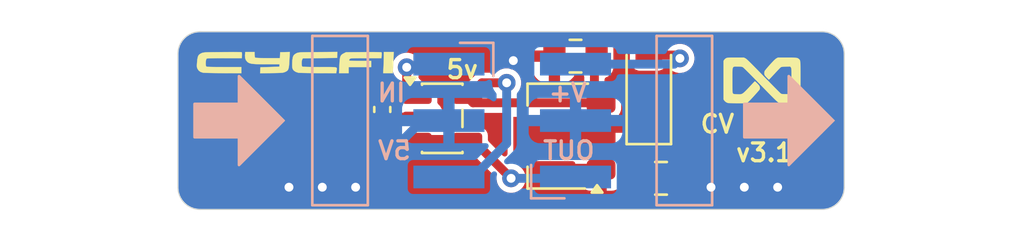
<source format=kicad_pcb>
(kicad_pcb (version 20241229) (generator "pcbnew") (generator_version "9.0")
  (layers (0 "F.Cu" signal) (2 "B.Cu" signal) (13 "F.Paste" user) (15 "B.Paste" user) (5 "F.SilkS" user "F.Silkscreen") (7 "B.SilkS" user "B.Silkscreen") (1 "F.Mask" user) (3 "B.Mask" user) (25 "Edge.Cuts" user))
  (net 0 "")
  (net 1 "Net-(D1-K)")
  (net 2 "GND")
  (net 3 "5V")
  (net 4 "IN")
  (net 5 "V+")
  (net 6 "OUT")
  (footprint "cycfi_library:cycfi-logo-9mm" (layer "F.Cu") (at 171.25 59.4)
    (property "Reference" "G***" (hide yes))
    (property "Value" "LOGO" (hide yes))
    (fp_poly (pts (xy 4.454186 -0.206375) (xy 4.448975 -0.07829) (xy 4.44287 0.056618) (xy 4.436672 0.181339) (xy 4.431735 0.269875) (xy 4.419882 0.465667) (xy 3.99389 0.465667) (xy 4.007778 0.144801) (xy 4.012847 0.01691) (xy 4.017088 -0.110605) (xy 4.020126 -0.224952) (xy 4.02159 -0.313337) (xy 4.021667 -0.331449) (xy 4.021667 -0.486833) (xy 4.464785 -0.486833) (xy 4.454186 -0.206375)) (stroke (width 0.01)) (fill yes) (layer "F.SilkS"))
    (fp_poly (pts (xy 3.601083 -0.483366) (xy 3.725598 -0.481781) (xy 3.82245 -0.479437) (xy 3.886895 -0.476397) (xy 3.914183 -0.472723) (xy 3.914655 -0.472363) (xy 3.921066 -0.44327) (xy 3.922702 -0.386107) (xy 3.920451 -0.333375) (xy 3.911915 -0.211667) (xy 3.216886 -0.211667) (xy 3.023888 -0.211452) (xy 2.868889 -0.210674) (xy 2.747557 -0.209136) (xy 2.65556 -0.206639) (xy 2.588566 -0.202987) (xy 2.542242 -0.19798) (xy 2.512256 -0.191422) (xy 2.494275 -0.183114) (xy 2.488595 -0.178405) (xy 2.461562 -0.138698) (xy 2.455333 -0.114905) (xy 2.461169 -0.105134) (xy 2.481784 -0.097653) (xy 2.521844 -0.092178) (xy 2.586011 -0.088426) (xy 2.67895 -0.086113) (xy 2.805325 -0.084955) (xy 2.95275 -0.084667) (xy 3.450167 -0.084667) (xy 3.450167 0.1905) (xy 2.434167 0.1905) (xy 2.434167 0.465667) (xy 2.004584 0.465667) (xy 2.01942 0.121708) (xy 2.02731 -0.031755) (xy 2.037499 -0.149212) (xy 2.052219 -0.23699) (xy 2.073707 -0.301417) (xy 2.104196 -0.348819) (xy 2.145921 -0.385524) (xy 2.201117 -0.417858) (xy 2.211917 -0.423333) (xy 2.31775 -0.47625) (xy 3.109037 -0.482946) (xy 3.288056 -0.484011) (xy 3.453654 -0.48413) (xy 3.601083 -0.483366)) (stroke (width 0.01)) (fill yes) (layer "F.SilkS"))
    (fp_poly (pts (xy -0.223543 -0.270606) (xy -0.232269 -0.094549) (xy -0.241056 0.044392) (xy -0.251401 0.151406) (xy -0.264802 0.231686) (xy -0.282756 0.290423) (xy -0.306759 0.332809) (xy -0.33831 0.364035) (xy -0.378906 0.389293) (xy -0.419545 0.408986) (xy -0.453791 0.423383) (xy -0.489979 0.434549) (xy -0.534112 0.443002) (xy -0.59219 0.44926) (xy -0.670217 0.453843) (xy -0.774192 0.457268) (xy -0.910118 0.460055) (xy -1.032935 0.461984) (xy -1.547287 0.469538) (xy -1.540935 0.335311) (xy -1.534583 0.201083) (xy -1.11125 0.189366) (xy -0.982182 0.185603) (xy -0.868453 0.181922) (xy -0.776504 0.178563) (xy -0.712772 0.175763) (xy -0.683699 0.173761) (xy -0.682625 0.173491) (xy -0.678616 0.15187) (xy -0.677333 0.116417) (xy -0.677333 0.0635) (xy -1.258375 0.0635) (xy -1.461394 0.062852) (xy -1.626894 0.060494) (xy -1.759675 0.0558) (xy -1.864537 0.048147) (xy -1.94628 0.03691) (xy -2.009705 0.021465) (xy -2.059613 0.001188) (xy -2.100802 -0.024544) (xy -2.131273 -0.050002) (xy -2.192661 -0.126738) (xy -2.224959 -0.221127) (xy -2.23039 -0.340742) (xy -2.227546 -0.37827) (xy -2.217114 -0.486833) (xy -1.799167 -0.486833) (xy -1.799167 -0.37465) (xy -1.794628 -0.30631) (xy -1.783016 -0.25406) (xy -1.773767 -0.237067) (xy -1.751575 -0.228564) (xy -1.701935 -0.221953) (xy -1.621767 -0.217096) (xy -1.507991 -0.213858) (xy -1.357526 -0.2121) (xy -1.203277 -0.211667) (xy -0.658187 -0.211667) (xy -0.651885 -0.343958) (xy -0.645583 -0.47625) (xy -0.429466 -0.482273) (xy -0.213349 -0.488295) (xy -0.223543 -0.270606)) (stroke (width 0.01)) (fill yes) (layer "F.SilkS"))
    (fp_poly (pts (xy 1.921918 -0.355825) (xy 1.915583 -0.22225) (xy 1.143613 -0.211667) (xy 0.371644 -0.201083) (xy 0.344884 -0.148167) (xy 0.328601 -0.094057) (xy 0.320004 -0.02106) (xy 0.319185 0.056027) (xy 0.326238 0.122406) (xy 0.341256 0.163279) (xy 0.3429 0.1651) (xy 0.362102 0.172266) (xy 0.405894 0.178099) (xy 0.477147 0.182691) (xy 0.578729 0.186134) (xy 0.713509 0.18852) (xy 0.884355 0.18994) (xy 1.094138 0.190487) (xy 1.13665 0.1905) (xy 1.340032 0.190204) (xy 1.504955 0.18992) (xy 1.635284 0.190555) (xy 1.734882 0.193014) (xy 1.807616 0.198202) (xy 1.857349 0.207027) (xy 1.887946 0.220394) (xy 1.903272 0.239209) (xy 1.907192 0.264378) (xy 1.90357 0.296807) (xy 1.896271 0.337402) (xy 1.891539 0.367462) (xy 1.878079 0.465667) (xy 1.060748 0.463232) (xy 0.87575 0.462306) (xy 0.701564 0.460719) (xy 0.543319 0.458569) (xy 0.406143 0.455958) (xy 0.295162 0.452986) (xy 0.215506 0.449752) (xy 0.172301 0.446356) (xy 0.169333 0.44585) (xy 0.056788 0.409176) (xy -0.029687 0.352104) (xy -0.075909 0.292803) (xy -0.091755 0.252184) (xy -0.101041 0.199171) (xy -0.10458 0.124505) (xy -0.103181 0.018926) (xy -0.102323 -0.008464) (xy -0.09448 -0.141822) (xy -0.078914 -0.240873) (xy -0.052158 -0.313429) (xy -0.010749 -0.3673) (xy 0.048777 -0.410298) (xy 0.084204 -0.429075) (xy 0.108919 -0.440707) (xy 0.134212 -0.45029) (xy 0.164316 -0.45806) (xy 0.203464 -0.46425) (xy 0.255888 -0.469096) (xy 0.325819 -0.472831) (xy 0.417492 -0.475691) (xy 0.535137 -0.47791) (xy 0.682987 -0.479723) (xy 0.865275 -0.481363) (xy 1.054085 -0.482825) (xy 1.928253 -0.489399) (xy 1.921918 -0.355825)) (stroke (width 0.01)) (fill yes) (layer "F.SilkS"))
    (fp_poly (pts (xy -2.606136 -0.484692) (xy -2.500269 -0.483905) (xy -2.425954 -0.482649) (xy -2.387852 -0.480938) (xy -2.384106 -0.480311) (xy -2.370245 -0.453216) (xy -2.36575 -0.388498) (xy -2.367255 -0.341398) (xy -2.374427 -0.211667) (xy -3.150422 -0.211343) (xy -3.33571 -0.210743) (xy -3.505238 -0.209178) (xy -3.654479 -0.20676) (xy -3.778906 -0.2036) (xy -3.873992 -0.19981) (xy -3.935213 -0.195502) (xy -3.957405 -0.191419) (xy -3.975999 -0.15948) (xy -3.989729 -0.098927) (xy -3.997754 -0.023285) (xy -3.999235 0.053917) (xy -3.993334 0.119154) (xy -3.97921 0.158898) (xy -3.979143 0.158979) (xy -3.967139 0.167304) (xy -3.943693 0.174062) (xy -3.904843 0.179408) (xy -3.846632 0.183497) (xy -3.7651 0.186482) (xy -3.656288 0.18852) (xy -3.516237 0.189765) (xy -3.340987 0.190371) (xy -3.172408 0.1905) (xy -2.391833 0.1905) (xy -2.391833 0.465667) (xy -3.212042 0.463347) (xy -3.39843 0.462351) (xy -3.574922 0.460516) (xy -3.736234 0.457962) (xy -3.877083 0.454811) (xy -3.992184 0.451184) (xy -4.076253 0.447201) (xy -4.124007 0.442984) (xy -4.127468 0.442387) (xy -4.237424 0.406226) (xy -4.317774 0.344038) (xy -4.366982 0.269317) (xy -4.383859 0.230137) (xy -4.393526 0.189014) (xy -4.396618 0.135756) (xy -4.39377 0.060173) (xy -4.386272 -0.04003) (xy -4.373227 -0.166481) (xy -4.355529 -0.258677) (xy -4.329216 -0.324693) (xy -4.290324 -0.372602) (xy -4.234887 -0.410476) (xy -4.194507 -0.430605) (xy -4.168235 -0.442062) (xy -4.140875 -0.451473) (xy -4.108083 -0.459078) (xy -4.065515 -0.465119) (xy -4.008825 -0.469836) (xy -3.93367 -0.47347) (xy -3.835704 -0.476262) (xy -3.710584 -0.478454) (xy -3.553965 -0.480285) (xy -3.361503 -0.481997) (xy -3.251939 -0.482872) (xy -3.066458 -0.484099) (xy -2.893891 -0.484802) (xy -2.738897 -0.484995) (xy -2.606136 -0.484692)) (stroke (width 0.01)) (fill yes) (layer "F.SilkS"))
  )
  (footprint "cycfi_library:infinity_logo_4mm" (layer "F.Cu") (at 192.3 60.2)
    (property "Reference" "G***" (hide yes))
    (property "Value" "LOGO" (hide yes))
    (fp_poly (pts (xy 1.244525 -1.039799) (xy 1.34588 -1.03895) (xy 1.426624 -1.037087) (xy 1.489785 -1.033844) (xy 1.53839 -1.028856) (xy 1.575467 -1.021756) (xy 1.604042 -1.012179) (xy 1.627144 -0.999757) (xy 1.647799 -0.984126) (xy 1.658308 -0.974853) (xy 1.673256 -0.961211) (xy 1.686074 -0.948154) (xy 1.696927 -0.933635) (xy 1.705977 -0.915605) (xy 1.713389 -0.892018) (xy 1.719325 -0.860825) (xy 1.72395 -0.819979) (xy 1.727427 -0.767432) (xy 1.729919 -0.701137) (xy 1.73159 -0.619045) (xy 1.732603 -0.51911) (xy 1.733123 -0.399283) (xy 1.733312 -0.257517) (xy 1.733334 -0.091764) (xy 1.733333 -0.035438) (xy 1.733309 0.140427) (xy 1.733128 0.291678) (xy 1.732627 0.42037) (xy 1.731643 0.528554) (xy 1.730014 0.618284) (xy 1.727577 0.691614) (xy 1.724169 0.750596) (xy 1.719626 0.797283) (xy 1.713787 0.83373) (xy 1.706488 0.861988) (xy 1.697566 0.884112) (xy 1.686859 0.902153) (xy 1.674203 0.918167) (xy 1.659437 0.934205) (xy 1.656148 0.937668) (xy 1.633627 0.960782) (xy 1.612685 0.979108) (xy 1.590018 0.993199) (xy 1.562319 1.003613) (xy 1.526283 1.010905) (xy 1.478602 1.015631) (xy 1.415972 1.018348) (xy 1.335085 1.019612) (xy 1.232637 1.019979) (xy 1.166666 1.02) (xy 0.793333 1.02) (xy 0.723263 0.981176) (xy 0.704626 0.96854) (xy 0.677421 0.946246) (xy 0.640646 0.913305) (xy 0.5933 0.868726) (xy 0.534382 0.811519) (xy 0.462889 0.740694) (xy 0.377821 0.65526) (xy 0.278177 0.554226) (xy 0.162953 0.436604) (xy 0.03115 0.301402) (xy -0.083403 0.183523) (xy -0.210933 0.052462) (xy -0.33089 -0.070185) (xy -0.442045 -0.183194) (xy -0.543171 -0.285339) (xy -0.633041 -0.375395) (xy -0.710426 -0.452137) (xy -0.774098 -0.514338) (xy -0.822831 -0.560774) (xy -0.855395 -0.59022) (xy -0.869469 -0.600987) (xy -0.894417 -0.611844) (xy -0.923603 -0.619217) (xy -0.962546 -0.623731) (xy -1.016764 -0.626006) (xy -1.091777 -0.626665) (xy -1.097145 -0.626667) (xy -1.152614 -0.627438) (xy -1.198722 -0.628261) (xy -1.236326 -0.626898) (xy -1.266285 -0.621114) (xy -1.289455 -0.608671) (xy -1.306695 -0.587334) (xy -1.318861 -0.554865) (xy -1.326811 -0.509028) (xy -1.331403 -0.447586) (xy -1.333494 -0.368304) (xy -1.333941 -0.268943) (xy -1.333602 -0.147268) (xy -1.333334 -0.010618) (xy -1.33328 0.125842) (xy -1.333046 0.238159) (xy -1.332522 0.328856) (xy -1.331597 0.400458) (xy -1.330164 0.455488) (xy -1.328111 0.496469) (xy -1.325329 0.525926) (xy -1.321709 0.546381) (xy -1.31714 0.560358) (xy -1.311514 0.570381) (xy -1.307875 0.575189) (xy -1.295611 0.588336) (xy -1.280526 0.597406) (xy -1.257568 0.603338) (xy -1.221688 0.607071) (xy -1.167837 0.609545) (xy -1.114993 0.611077) (xy -1.04473 0.612634) (xy -0.994913 0.61239) (xy -0.959338 0.609503) (xy -0.9318 0.603128) (xy -0.906096 0.592422) (xy -0.880985 0.579248) (xy -0.849169 0.557749) (xy -0.806598 0.521625) (xy -0.751807 0.469467) (xy -0.683332 0.399867) (xy -0.599706 0.311417) (xy -0.578092 0.288171) (xy -0.514086 0.219454) (xy -0.45572 0.15738) (xy -0.405523 0.104592) (xy -0.366025 0.063732) (xy -0.339757 0.037446) (xy -0.329486 0.02842) (xy -0.313973 0.034766) (xy -0.285867 0.056836) (xy -0.249762 0.089961) (xy -0.210249 0.129473) (xy -0.171922 0.170705) (xy -0.139374 0.208988) (xy -0.117197 0.239655) (xy -0.111891 0.249571) (xy -0.095627 0.310097) (xy -0.096986 0.369011) (xy -0.108834 0.404209) (xy -0.121657 0.42145) (xy -0.150053 0.455467) (xy -0.191534 0.503418) (xy -0.243613 0.562459) (xy -0.303801 0.629749) (xy -0.369611 0.702443) (xy -0.374989 0.708347) (xy -0.45561 0.796138) (xy -0.520928 0.865642) (xy -0.572973 0.918833) (xy -0.613775 0.957688) (xy -0.645364 0.984184) (xy -0.669771 1.000296) (xy -0.679758 1.005013) (xy -0.69962 1.011532) (xy -0.724904 1.016597) (xy -0.758864 1.020363) (xy -0.804749 1.022982) (xy -0.865813 1.024609) (xy -0.945306 1.025397) (xy -1.04648 1.025499) (xy -1.11027 1.025327) (xy -1.210705 1.02454) (xy -1.304887 1.022995) (xy -1.388796 1.020819) (xy -1.45841 1.018142) (xy -1.509705 1.015092) (xy -1.538661 1.0118) (xy -1.539831 1.011545) (xy -1.618465 0.979844) (xy -1.684048 0.925831) (xy -1.70787 0.895512) (xy -1.74 0.84862) (xy -1.74 -0.019024) (xy -1.74 -0.886667) (xy -1.709498 -0.935721) (xy -1.672446 -0.978002) (xy -1.623864 -1.011448) (xy -1.621955 -1.012388) (xy -1.603687 -1.020536) (xy -1.58426 -1.026906) (xy -1.560289 -1.031717) (xy -1.528387 -1.035184) (xy -1.485168 -1.037527) (xy -1.427249 -1.038961) (xy -1.351241 -1.039705) (xy -1.253761 -1.039975) (xy -1.191742 -1.04) (xy -0.81857 -1.04) (xy -0.74894 -1.005303) (xy -0.732612 -0.995524) (xy -0.711038 -0.979462) (xy -0.683015 -0.955935) (xy -0.647342 -0.923764) (xy -0.602816 -0.88177) (xy -0.548236 -0.828774) (xy -0.482399 -0.763594) (xy -0.404104 -0.685053) (xy -0.312147 -0.59197) (xy -0.205328 -0.483166) (xy -0.082444 -0.35746) (xy 0.056123 -0.215303) (xy 0.172518 -0.095935) (xy 0.284391 0.018461) (xy 0.390227 0.126356) (xy 0.488511 0.226222) (xy 0.577728 0.31653) (xy 0.656364 0.395751) (xy 0.722904 0.462356) (xy 0.775833 0.514817) (xy 0.813638 0.551605) (xy 0.834802 0.57119) (xy 0.83747 0.573333) (xy 0.85679 0.586403) (xy 0.876037 0.595521) (xy 0.900291 0.601395) (xy 0.934634 0.604737) (xy 0.984147 0.606254) (xy 1.053911 0.606656) (xy 1.076203 0.606666) (xy 1.151711 0.606479) (xy 1.205161 0.605477) (xy 1.241159 0.602993) (xy 1.264312 0.598365) (xy 1.279228 0.590927) (xy 1.290513 0.580016) (xy 1.294511 0.575189) (xy 1.300804 0.566249) (xy 1.305969 0.554768) (xy 1.310117 0.538213) (xy 1.313357 0.514048) (xy 1.315803 0.479739) (xy 1.317564 0.432751) (xy 1.318752 0.37055) (xy 1.319478 0.290601) (xy 1.319852 0.190369) (xy 1.319987 0.067321) (xy 1.32 -0.006346) (xy 1.319967 -0.141876) (xy 1.319787 -0.253297) (xy 1.319335 -0.343166) (xy 1.318489 -0.414041) (xy 1.317123 -0.468479) (xy 1.315115 -0.509037) (xy 1.312341 -0.538272) (xy 1.308676 -0.558743) (xy 1.303997 -0.573007) (xy 1.29818 -0.58362) (xy 1.29163 -0.59247) (xy 1.263261 -0.628536) (xy 1.06792 -0.624268) (xy 0.989899 -0.622177) (xy 0.933798 -0.619433) (xy 0.894872 -0.615396) (xy 0.868374 -0.609424) (xy 0.849559 -0.600878) (xy 0.838815 -0.593334) (xy 0.8199 -0.575814) (xy 0.786162 -0.54195) (xy 0.740796 -0.495058) (xy 0.686999 -0.438453) (xy 0.627967 -0.375449) (xy 0.607433 -0.353334) (xy 0.545797 -0.286913) (xy 0.486998 -0.223765) (xy 0.434609 -0.167709) (xy 0.392202 -0.122567) (xy 0.363351 -0.092159) (xy 0.358336 -0.086958) (xy 0.306856 -0.033916) (xy 0.219096 -0.120292) (xy 0.177581 -0.163013) (xy 0.141858 -0.203141) (xy 0.117605 -0.234169) (xy 0.112334 -0.242672) (xy 0.096934 -0.293939) (xy 0.094857 -0.355945) (xy 0.106166 -0.416293) (xy 0.11141 -0.430429) (xy 0.125219 -0.45207) (xy 0.154403 -0.490053) (xy 0.196253 -0.541121) (xy 0.248059 -0.602017) (xy 0.307112 -0.669484) (xy 0.352324 -0.72) (xy 0.433486 -0.808762) (xy 0.499806 -0.878766) (xy 0.553265 -0.931946) (xy 0.595843 -0.970236) (xy 0.62952 -0.99557) (xy 0.642436 -1.003334) (xy 0.709711 -1.040001) (xy 1.119532 -1.040001)) (fill yes) (layer "F.SilkS"))
  )
  (footprint "Package_TO_SOT_SMD:SOT-23-5" (layer "F.Cu") (at 177.9 61.9)
    (property "Reference" "U2" (hide yes))
    (property "Value" "TLV6001UIDBVR")
    (fp_line (start -0.91 -1.56) (end 0.91 -1.56) (stroke (width 0.12)) (layer "F.SilkS"))
    (fp_line (start -0.91 -1.51) (end -0.91 -1.56) (stroke (width 0.12)) (layer "F.SilkS"))
    (fp_line (start -0.91 1.56) (end -0.91 1.51) (stroke (width 0.12)) (layer "F.SilkS"))
    (fp_line (start 0.91 -1.56) (end 0.91 -1.51) (stroke (width 0.12)) (layer "F.SilkS"))
    (fp_line (start 0.91 -0.39) (end 0.91 0.39) (stroke (width 0.12)) (layer "F.SilkS"))
    (fp_line (start 0.91 1.51) (end 0.91 1.56) (stroke (width 0.12)) (layer "F.SilkS"))
    (fp_line (start 0.91 1.56) (end -0.91 1.56) (stroke (width 0.12)) (layer "F.SilkS"))
    (fp_poly (pts (xy -1.45 -1.51) (xy -1.69 -1.84) (xy -1.21 -1.84)) (stroke (width 0.12)) (fill yes) (layer "F.SilkS"))
    (pad "1" smd roundrect (at -1.1375 -0.95) (size 1.325 0.6) (layers "F.Cu" "F.Mask" "F.Paste") (net 4 "IN"))
    (pad "2" smd roundrect (at -1.1375 0) (size 1.325 0.6) (layers "F.Cu" "F.Mask" "F.Paste") (net 2 "GND"))
    (pad "3" smd roundrect (at -1.1375 0.95) (size 1.325 0.6) (layers "F.Cu" "F.Mask" "F.Paste") (net 6 "OUT"))
    (pad "4" smd roundrect (at 1.1375 0.95) (size 1.325 0.6) (layers "F.Cu" "F.Mask" "F.Paste") (net 6 "OUT"))
    (pad "5" smd roundrect (at 1.1375 -0.95) (size 1.325 0.6) (layers "F.Cu" "F.Mask" "F.Paste") (net 3 "5V"))
  )
  (footprint "Capacitor_SMD:C_0805_2012Metric" (layer "F.Cu") (at 187.75 64.6)
    (property "Reference" "C1" (hide yes))
    (property "Value" "10uF")
    (fp_line (start -0.261252 -0.735) (end 0.261252 -0.735) (stroke (width 0.12)) (layer "F.SilkS"))
    (fp_line (start -0.261252 0.735) (end 0.261252 0.735) (stroke (width 0.12)) (layer "F.SilkS"))
    (pad "1" smd roundrect (at -0.95 0) (size 1 1.45) (layers "F.Cu" "F.Mask" "F.Paste") (net 1 "Net-(D1-K)"))
    (pad "2" smd roundrect (at 0.95 0) (size 1 1.45) (layers "F.Cu" "F.Mask" "F.Paste") (net 2 "GND"))
  )
  (footprint "Diode_SMD:D_SOD-123" (layer "F.Cu") (at 187.2 60.7 90)
    (property "Reference" "D1" (hide yes))
    (property "Value" "1N4148W")
    (fp_line (start -2.36 -1) (end 1.65 -1) (stroke (width 0.12)) (layer "F.SilkS"))
    (fp_line (start -2.36 -1) (end -2.36 1) (stroke (width 0.12)) (layer "F.SilkS"))
    (fp_line (start -2.36 1) (end 1.65 1) (stroke (width 0.12)) (layer "F.SilkS"))
    (pad "1" smd roundrect (at -1.65 0 90) (size 0.9 1.2) (layers "F.Cu" "F.Mask" "F.Paste") (net 1 "Net-(D1-K)"))
    (pad "2" smd roundrect (at 1.65 0 90) (size 0.9 1.2) (layers "F.Cu" "F.Mask" "F.Paste") (net 5 "V+"))
  )
  (footprint "Package_TO_SOT_SMD:SOT-89-3" (layer "F.Cu") (at 183.1 62.7 180)
    (property "Reference" "U1" (hide yes))
    (property "Value" "HT7550-1")
    (fp_line (start 1.36 2.36) (end -1.36 2.36) (stroke (width 0.12)) (layer "F.SilkS"))
    (fp_line (start 1.36 1.38) (end 1.36 2.36) (stroke (width 0.12)) (layer "F.SilkS"))
    (fp_line (start 1.36 -1.38) (end 1.36 -2.36) (stroke (width 0.12)) (layer "F.SilkS"))
    (fp_line (start -1.22 -2.36) (end 1.36 -2.36) (stroke (width 0.12)) (layer "F.SilkS"))
    (fp_poly (pts (xy -1.77 -2.21) (xy -2.01 -2.54) (xy -1.53 -2.54) (xy -1.77 -2.21)) (stroke (width 0.12)) (fill yes) (layer "F.SilkS"))
    (pad "1" smd roundrect (at -1.95 -1.5 180) (size 1.3 0.9) (layers "F.Cu" "F.Mask" "F.Paste") (net 2 "GND"))
    (pad "2" smd custom (at -1.8625 0 180) (size 1.475 0.9) (layers "F.Cu" "F.Mask" "F.Paste") (net 1 "Net-(D1-K)") (options (clearance outline) (anchor rect)) (primitives (gr_poly (pts (xy 3.8625 0.8665) (xy 0.7375 0.8665) (xy 0.7375 -0.8665) (xy 3.8625 -0.8665)) (width 0) (fill yes))))
    (pad "3" smd roundrect (at -1.95 1.5 180) (size 1.3 0.9) (layers "F.Cu" "F.Mask" "F.Paste") (net 3 "5V"))
  )
  (footprint "Capacitor_SMD:C_0805_2012Metric" (layer "F.Cu") (at 183.9 59.1 180)
    (property "Reference" "C2" (hide yes))
    (property "Value" "10uF")
    (fp_line (start -0.261252 0.735) (end 0.261252 0.735) (stroke (width 0.12)) (layer "F.SilkS"))
    (fp_line (start -0.261252 -0.735) (end 0.261252 -0.735) (stroke (width 0.12)) (layer "F.SilkS"))
    (pad "1" smd roundrect (at -0.95 0 180) (size 1 1.45) (layers "F.Cu" "F.Mask" "F.Paste") (net 3 "5V"))
    (pad "2" smd roundrect (at 0.95 0 180) (size 1 1.45) (layers "F.Cu" "F.Mask" "F.Paste") (net 2 "GND"))
  )
  (footprint "Capacitor_SMD:C_0402_1005Metric" (layer "F.Cu") (at 175.2 61.5 -90)
    (property "Reference" "C3" (hide yes))
    (property "Value" "100nF")
    (fp_line (start -0.107836 0.36) (end 0.107836 0.36) (stroke (width 0.12)) (layer "F.SilkS"))
    (fp_line (start -0.107836 -0.36) (end 0.107836 -0.36) (stroke (width 0.12)) (layer "F.SilkS"))
    (pad "1" smd roundrect (at -0.48 0 270) (size 0.56 0.62) (layers "F.Cu" "F.Mask" "F.Paste") (net 4 "IN"))
    (pad "2" smd roundrect (at 0.48 0 270) (size 0.56 0.62) (layers "F.Cu" "F.Mask" "F.Paste") (net 2 "GND"))
  )
  (footprint "cycfi_library:pin_header_1x3p_2.54mm_smd_horizontal" (layer "B.Cu") (at 178.2 62 180)
    (property "Reference" "J2" (hide yes))
    (property "Value" "CV connector" (hide yes))
    (fp_line (start 6.15 3.81) (end 6.15 -3.81) (stroke (width 0.12)) (layer "B.SilkS"))
    (fp_line (start 3.65 3.81) (end 6.15 3.81) (stroke (width 0.12)) (layer "B.SilkS"))
    (fp_line (start 3.65 3.81) (end 3.65 -3.81) (stroke (width 0.12)) (layer "B.SilkS"))
    (fp_line (start 3.65 -3.81) (end 6.15 -3.81) (stroke (width 0.12)) (layer "B.SilkS"))
    (fp_line (start -2 3.5) (end -0.5 3.5) (stroke (width 0.12)) (layer "B.SilkS"))
    (fp_line (start -2 2) (end -2 3.5) (stroke (width 0.12)) (layer "B.SilkS"))
    (pad "1" smd rect (at 0 2.54 180) (size 3.2 1.02) (layers "B.Cu" "B.Mask" "B.Paste") (net 4 "IN"))
    (pad "2" smd rect (at 0 0 180) (size 3.2 1.02) (layers "B.Cu" "B.Mask" "B.Paste") (net 2 "GND"))
    (pad "3" smd rect (at 0 -2.54 180) (size 3.2 1.02) (layers "B.Cu" "B.Mask" "B.Paste") (net 3 "5V"))
  )
  (footprint "cycfi_library:pin_header_1x3p_2.54mm_smd_horizontal" (layer "B.Cu") (at 183.9 62)
    (property "Reference" "J1" (hide yes))
    (property "Value" "CV connector" (hide yes))
    (fp_line (start -2 2) (end -2 3.5) (stroke (width 0.12)) (layer "B.SilkS"))
    (fp_line (start -2 3.5) (end -0.5 3.5) (stroke (width 0.12)) (layer "B.SilkS"))
    (fp_line (start 3.65 -3.81) (end 6.15 -3.81) (stroke (width 0.12)) (layer "B.SilkS"))
    (fp_line (start 3.65 3.81) (end 3.65 -3.81) (stroke (width 0.12)) (layer "B.SilkS"))
    (fp_line (start 3.65 3.81) (end 6.15 3.81) (stroke (width 0.12)) (layer "B.SilkS"))
    (fp_line (start 6.15 3.81) (end 6.15 -3.81) (stroke (width 0.12)) (layer "B.SilkS"))
    (pad "1" smd rect (at 0 2.54) (size 3.2 1.02) (layers "B.Cu" "B.Mask" "B.Paste") (net 6 "OUT"))
    (pad "2" smd rect (at 0 0) (size 3.2 1.02) (layers "B.Cu" "B.Mask" "B.Paste") (net 2 "GND"))
    (pad "3" smd rect (at 0 -2.54) (size 3.2 1.02) (layers "B.Cu" "B.Mask" "B.Paste") (net 5 "V+"))
  )
  (gr_poly (pts (xy 170.75 62) (xy 168.75 64) (xy 168.75 62.75) (xy 166.75 62.75) (xy 166.75 61.25) (xy 168.75 61.25) (xy 168.75 60)) (stroke (width 0.12)) (fill yes) (layer "B.SilkS"))
  (gr_poly (pts (xy 195.5 62) (xy 193.5 64) (xy 193.5 62.75) (xy 191.5 62.75) (xy 191.5 61.25) (xy 193.5 61.25) (xy 193.5 60)) (stroke (width 0.12)) (fill yes) (layer "B.SilkS"))
  (gr_line (start 196 59) (end 196 65) (stroke (width 0.05)) (layer "Edge.Cuts"))
  (gr_line (start 167 58) (end 195 58) (stroke (width 0.05)) (layer "Edge.Cuts"))
  (gr_arc (start 195 58) (mid 195.707107 58.292893) (end 196 59) (stroke (width 0.05)) (layer "Edge.Cuts"))
  (gr_arc (start 167 66) (mid 166.292893 65.707107) (end 166 65) (stroke (width 0.05)) (layer "Edge.Cuts"))
  (gr_line (start 166 59) (end 166 65) (stroke (width 0.05)) (layer "Edge.Cuts"))
  (gr_arc (start 196 65) (mid 195.707107 65.707107) (end 195 66) (stroke (width 0.05)) (layer "Edge.Cuts"))
  (gr_line (start 195 66) (end 167 66) (stroke (width 0.05)) (layer "Edge.Cuts"))
  (gr_arc (start 166 59) (mid 166.292893 58.292893) (end 167 58) (stroke (width 0.05)) (layer "Edge.Cuts"))
  (gr_text "5v" (at 178.8 59.7 0) (layer "F.SilkS") (effects (font (size 0.8128 0.8128) (thickness 0.1524))))
  (gr_text "CV Buffer\nv3.1" (at 192.4 62.8 0) (layer "F.SilkS") (effects (font (size 0.8 0.8))))
  (gr_text "OUT" (at 183.6 63.35 0) (layer "B.SilkS") (effects (font (size 0.8 0.8)) (justify mirror)))
  (gr_text "5V" (at 175.75 63.35 0) (layer "B.SilkS") (effects (font (size 0.8 0.8)) (justify mirror)))
  (gr_text "IN" (at 175.614286 60.75 0) (layer "B.SilkS") (effects (font (size 0.8 0.8)) (justify mirror)))
  (gr_text "V+" (at 183.55 60.75 0) (layer "B.SilkS") (effects (font (size 0.8 0.8)) (justify mirror)))
  (segment (start 187.2 62.35) (end 187 62.55) (width 0.4) (layer "F.Cu") (net 1))
  (segment (start 185.0125 62.35) (end 184.6625 62.7) (width 0.4) (layer "F.Cu") (net 1))
  (segment (start 186.8 64.35) (end 186.8 64.6) (width 0.4) (layer "F.Cu") (net 1))
  (segment (start 187 62.55) (end 187 64.15) (width 0.4) (layer "F.Cu") (net 1))
  (segment (start 187 64.15) (end 186.8 64.35) (width 0.4) (layer "F.Cu") (net 1))
  (segment (start 187.2 62.35) (end 185.0125 62.35) (width 0.4) (layer "F.Cu") (net 1))
  (segment (start 182.95 59.1) (end 181.3 59.1) (width 0.4) (layer "F.Cu") (net 2))
  (segment (start 181.3 59.1) (end 181.1 59.3) (width 0.4) (layer "F.Cu") (net 2))
  (via (at 181.1 59.3) (size 0.8) (drill 0.4) (layers "F.Cu" "B.Cu") (net 2))
  (via (at 172.5 65) (size 0.8) (drill 0.4) (layers "F.Cu" "B.Cu") (net 2))
  (via (at 171 65) (size 0.8) (drill 0.4) (layers "F.Cu" "B.Cu") (net 2))
  (via (at 174 65) (size 0.8) (drill 0.4) (layers "F.Cu" "B.Cu") (net 2))
  (via (at 190 65) (size 0.8) (drill 0.4) (layers "F.Cu" "B.Cu") (net 2))
  (via (at 193 65) (size 0.8) (drill 0.4) (layers "F.Cu" "B.Cu") (net 2))
  (via (at 191.5 65) (size 0.8) (drill 0.4) (layers "F.Cu" "B.Cu") (net 2))
  (segment (start 177 62) (end 174 65) (width 0.4) (layer "B.Cu") (net 2))
  (segment (start 178.2 62) (end 177 62) (width 0.4) (layer "B.Cu") (net 2))
  (segment (start 184.75 59.2) (end 184.85 59.1) (width 0.4) (layer "F.Cu") (net 3))
  (segment (start 180.8 60.3) (end 179.6875 60.3) (width 0.4) (layer "F.Cu") (net 3))
  (segment (start 184.75 61.2) (end 179.2875 61.2) (width 0.4) (layer "F.Cu") (net 3))
  (segment (start 179.6875 60.3) (end 179.0375 60.95) (width 0.4) (layer "F.Cu") (net 3))
  (segment (start 184.75 61.2) (end 184.75 59.2) (width 0.4) (layer "F.Cu") (net 3))
  (segment (start 179.2875 61.2) (end 179.0375 60.95) (width 0.4) (layer "F.Cu") (net 3))
  (via (at 180.8 60.3) (size 0.8) (drill 0.4) (layers "F.Cu" "B.Cu") (net 3))
  (segment (start 178.2 64.54) (end 179.29 64.54) (width 0.4) (layer "B.Cu") (net 3))
  (segment (start 179.29 64.54) (end 180.8 63.03) (width 0.4) (layer "B.Cu") (net 3))
  (segment (start 180.8 63.03) (end 180.8 60.3) (width 0.4) (layer "B.Cu") (net 3))
  (segment (start 176.7625 60.95) (end 175.27 60.95) (width 0.4) (layer "F.Cu") (net 4))
  (segment (start 176.3 60.2) (end 176.7625 60.6625) (width 0.4) (layer "F.Cu") (net 4))
  (segment (start 176.3 59.6) (end 176.3 60.2) (width 0.4) (layer "F.Cu") (net 4))
  (segment (start 175.27 60.95) (end 175.2 61.02) (width 0.4) (layer "F.Cu") (net 4))
  (segment (start 176.7625 60.6625) (end 176.7625 60.95) (width 0.4) (layer "F.Cu") (net 4))
  (via (at 176.3 59.6) (size 0.8) (drill 0.4) (layers "F.Cu" "B.Cu") (net 4))
  (segment (start 176.3 59.6) (end 178.06 59.6) (width 0.4) (layer "B.Cu") (net 4))
  (segment (start 178.06 59.6) (end 178.2 59.46) (width 0.4) (layer "B.Cu") (net 4))
  (segment (start 188.45 59.05) (end 188.6 59.2) (width 0.4) (layer "F.Cu") (net 5))
  (segment (start 187.2 59.05) (end 188.45 59.05) (width 0.4) (layer "F.Cu") (net 5))
  (via (at 188.6 59.2) (size 0.8) (drill 0.4) (layers "F.Cu" "B.Cu") (net 5))
  (segment (start 188.34 59.46) (end 188.6 59.2) (width 0.4) (layer "B.Cu") (net 5))
  (segment (start 183.9 59.46) (end 188.34 59.46) (width 0.4) (layer "B.Cu") (net 5))
  (segment (start 179.0375 62.85) (end 179.25 62.85) (width 0.4) (layer "F.Cu") (net 6))
  (segment (start 179.25 62.85) (end 181 64.6) (width 0.4) (layer "F.Cu") (net 6))
  (segment (start 176.7625 62.85) (end 179.0375 62.85) (width 0.4) (layer "F.Cu") (net 6))
  (via (at 181 64.6) (size 0.8) (drill 0.4) (layers "F.Cu" "B.Cu") (net 6))
  (segment (start 181 64.6) (end 183.84 64.6) (width 0.4) (layer "B.Cu") (net 6))
  (segment (start 183.84 64.6) (end 183.9 64.54) (width 0.4) (layer "B.Cu") (net 6))
  (zone (net 2) (net_name "GND") (layer "F.Cu") (connect_pads (clearance 0.254)) (min_thickness 0.254) (fill yes (thermal_gap 0.508) (thermal_bridge_width 0.508))
    (polygon (pts (xy 196 66) (xy 166 66) (xy 166 58) (xy 196 58)))
  )
  (zone (net 2) (net_name "GND") (layer "B.Cu") (connect_pads (clearance 0.254)) (min_thickness 0.254) (fill yes (thermal_gap 0.508) (thermal_bridge_width 0.508))
    (polygon (pts (xy 196 66) (xy 166 66) (xy 166 58) (xy 196 58)))
  )
)
</source>
